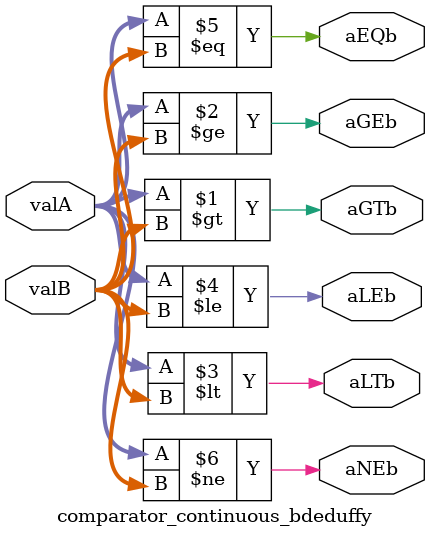
<source format=v>

module comparator_continuous_bdeduffy(valA, valB, aGTb, aGEb, aLTb, aLEb, aEQb, aNEb);
   input  [2:0] valA, valB;
   output       aGTb, aGEb, aLTb, aLEb, aEQb, aNEb;                   // Inpus denoting different comparisons between the two numbers

	assign aGTb = (valA > valB);

	assign aGEb = (valA >= valB);

	assign aLTb = (valA < valB);

	assign aLEb = (valA <= valB);

	assign aEQb = (valA == valB);

	assign aNEb = (valA != valB);



endmodule

</source>
